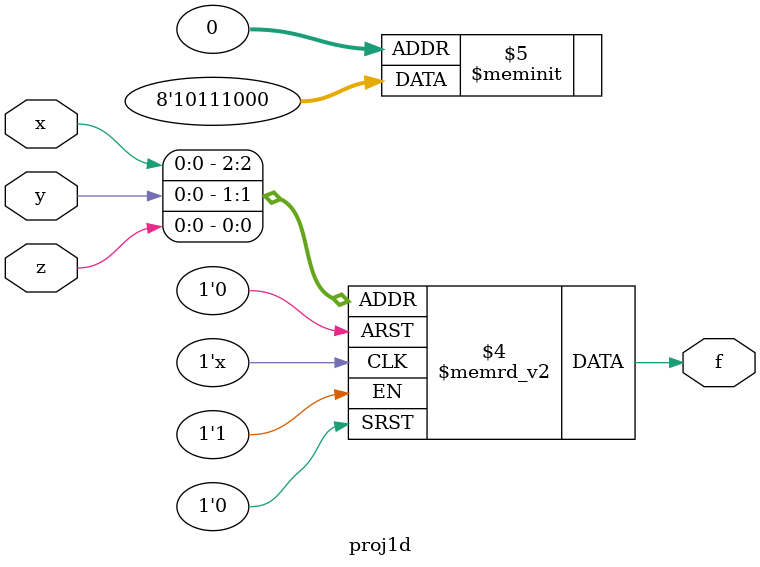
<source format=v>
module proj1d
(
input x,y,z,
output reg f
);
always@(*)
begin
	case({x,y,z})
	3'b000: begin f=0; end
	3'b001: begin f=0; end
	3'b010: begin f=0; end
	3'b011: begin f=1; end
	3'b100: begin f=1; end
	3'b101: begin f=1; end
	3'b110: begin f=0; end
	3'b111: begin f=1; end
	default: begin f=0; end
	endcase
end
endmodule

</source>
